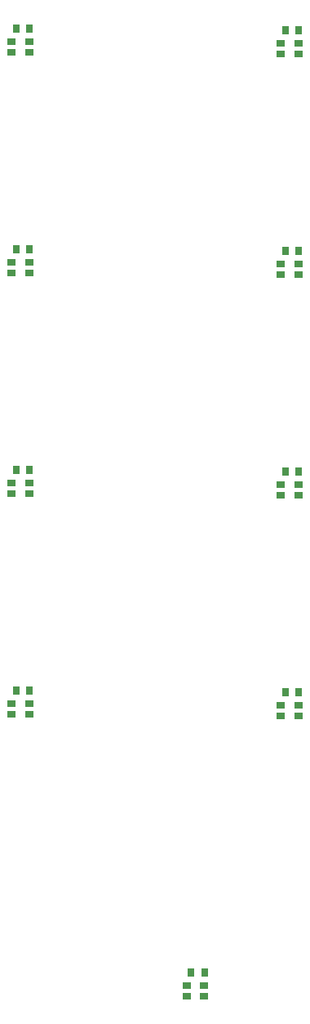
<source format=gtp>
G04 Layer: TopPasteMaskLayer*
G04 EasyEDA v6.5.29, 2023-07-19 21:52:00*
G04 a52da41988e34a0299b0951248bc5a60,5a6b42c53f6a479593ecc07194224c93,10*
G04 Gerber Generator version 0.2*
G04 Scale: 100 percent, Rotated: No, Reflected: No *
G04 Dimensions in millimeters *
G04 leading zeros omitted , absolute positions ,4 integer and 5 decimal *
%FSLAX45Y45*%
%MOMM*%

%ADD10R,0.8000X0.9000*%
%ADD11R,0.9000X0.7000*%

%LPD*%
D10*
G01*
X2723997Y1536700D03*
G01*
X2864002Y1536700D03*
D11*
G01*
X2860116Y1401190D03*
G01*
X2677109Y1401190D03*
G01*
X2677109Y1291183D03*
G01*
X2860116Y1291183D03*
D10*
G01*
X3701897Y11303000D03*
G01*
X3841902Y11303000D03*
D11*
G01*
X3838016Y11167490D03*
G01*
X3655009Y11167490D03*
G01*
X3655009Y11057483D03*
G01*
X3838016Y11057483D03*
G01*
X1044016Y11180190D03*
G01*
X861009Y11180190D03*
G01*
X861009Y11070183D03*
G01*
X1044016Y11070183D03*
D10*
G01*
X907897Y11315700D03*
G01*
X1047902Y11315700D03*
D11*
G01*
X1044016Y8894190D03*
G01*
X861009Y8894190D03*
G01*
X861009Y8784183D03*
G01*
X1044016Y8784183D03*
D10*
G01*
X907897Y9029700D03*
G01*
X1047902Y9029700D03*
D11*
G01*
X3838016Y8881490D03*
G01*
X3655009Y8881490D03*
G01*
X3655009Y8771483D03*
G01*
X3838016Y8771483D03*
D10*
G01*
X3701897Y9017000D03*
G01*
X3841902Y9017000D03*
D11*
G01*
X1044016Y6608190D03*
G01*
X861009Y6608190D03*
G01*
X861009Y6498183D03*
G01*
X1044016Y6498183D03*
D10*
G01*
X907897Y6743700D03*
G01*
X1047902Y6743700D03*
D11*
G01*
X3838016Y6595490D03*
G01*
X3655009Y6595490D03*
G01*
X3655009Y6485483D03*
G01*
X3838016Y6485483D03*
D10*
G01*
X3701897Y6731000D03*
G01*
X3841902Y6731000D03*
D11*
G01*
X1044016Y4322190D03*
G01*
X861009Y4322190D03*
G01*
X861009Y4212183D03*
G01*
X1044016Y4212183D03*
D10*
G01*
X907897Y4457700D03*
G01*
X1047902Y4457700D03*
D11*
G01*
X3838016Y4309490D03*
G01*
X3655009Y4309490D03*
G01*
X3655009Y4199483D03*
G01*
X3838016Y4199483D03*
D10*
G01*
X3701897Y4445000D03*
G01*
X3841902Y4445000D03*
M02*

</source>
